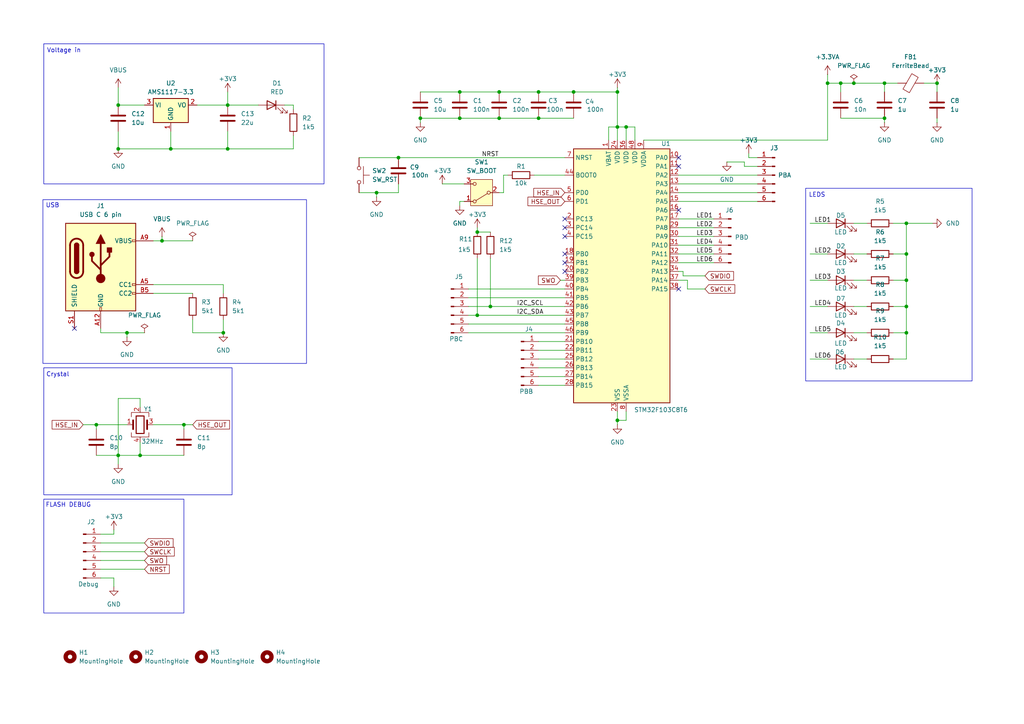
<source format=kicad_sch>
(kicad_sch (version 20231120) (generator "eeschema") (generator_version "8.0")
  (paper "A4")
  (lib_symbols
    (symbol "Connector:Conn_01x06_Pin" (pin_names (offset 1.016) hide)
      (property "Reference" "J" (at 0 7.62 0))
      (property "Value" "Conn_01x06_Pin" (at 0 -10.16 0))
      (symbol "Conn_01x06_Pin_1_1"
        (polyline (pts (xy 1.27 -7.62) (xy 0.8636 -7.62)) (stroke (width 0.1524)))
        (polyline (pts (xy 1.27 -5.08) (xy 0.8636 -5.08)) (stroke (width 0.1524)))
        (polyline (pts (xy 1.27 -2.54) (xy 0.8636 -2.54)) (stroke (width 0.1524)))
        (polyline (pts (xy 1.27 0) (xy 0.8636 0)) (stroke (width 0.1524)))
        (polyline (pts (xy 1.27 2.54) (xy 0.8636 2.54)) (stroke (width 0.1524)))
        (polyline (pts (xy 1.27 5.08) (xy 0.8636 5.08)) (stroke (width 0.1524)))
        (rectangle (start 0.8636 -7.493) (end 0 -7.747) (stroke (width 0.1524)) (fill (type outline)))
        (rectangle (start 0.8636 -4.953) (end 0 -5.207) (stroke (width 0.1524)) (fill (type outline)))
        (rectangle (start 0.8636 -2.413) (end 0 -2.667) (stroke (width 0.1524)) (fill (type outline)))
        (rectangle (start 0.8636 0.127) (end 0 -0.127) (stroke (width 0.1524)) (fill (type outline)))
        (rectangle (start 0.8636 2.667) (end 0 2.413) (stroke (width 0.1524)) (fill (type outline)))
        (rectangle (start 0.8636 5.207) (end 0 4.953) (stroke (width 0.1524)) (fill (type outline)))
        (pin passive line (at 5.08 5.08 180) (length 3.81) (name "Pin_1") (number "1"))
        (pin passive line (at 5.08 2.54 180) (length 3.81) (name "Pin_2") (number "2"))
        (pin passive line (at 5.08 0 180) (length 3.81) (name "Pin_3") (number "3"))
        (pin passive line (at 5.08 -2.54 180) (length 3.81) (name "Pin_4") (number "4"))
        (pin passive line (at 5.08 -5.08 180) (length 3.81) (name "Pin_5") (number "5"))
        (pin passive line (at 5.08 -7.62 180) (length 3.81) (name "Pin_6") (number "6"))
      )
    )
    (symbol "Connector:USB_C_Receptacle_PowerOnly_6P" (pin_names (offset 1.016))
      (property "Reference" "J" (at 0 16.51 0))
      (property "Value" "USB_C_Receptacle_PowerOnly_6P" (at 0 13.97 0))
      (symbol "USB_C_Receptacle_PowerOnly_6P_0_0"
        (rectangle (start -0.254 -12.7) (end 0.254 -11.684))
        (rectangle (start 10.16 -7.366) (end 9.144 -7.874))
        (rectangle (start 10.16 -4.826) (end 9.144 -5.334))
        (rectangle (start 10.16 7.874) (end 9.144 7.366))
      )
      (symbol "USB_C_Receptacle_PowerOnly_6P_0_1"
        (rectangle (start -10.16 12.7) (end 10.16 -12.7) (stroke (width 0.254)) (fill (type background)))
        (arc (start -8.89 -1.27) (mid -6.985 -3.1667) (end -5.08 -1.27) (stroke (width 0.508)))
        (arc (start -7.62 -1.27) (mid -6.985 -1.9023) (end -6.35 -1.27) (stroke (width 0.254)))
        (arc (start -7.62 -1.27) (mid -6.985 -1.9023) (end -6.35 -1.27) (stroke (width 0.254)) (fill (type outline)))
        (rectangle (start -7.62 -1.27) (end -6.35 6.35) (stroke (width 0.254)) (fill (type outline)))
        (arc (start -6.35 6.35) (mid -6.985 6.9823) (end -7.62 6.35) (stroke (width 0.254)))
        (arc (start -6.35 6.35) (mid -6.985 6.9823) (end -7.62 6.35) (stroke (width 0.254)) (fill (type outline)))
        (arc (start -5.08 6.35) (mid -6.985 8.2467) (end -8.89 6.35) (stroke (width 0.508)))
        (circle (center -2.54 3.683) (radius 0.635) (stroke (width 0.254)) (fill (type outline)))
        (circle (center 0 -3.302) (radius 1.27) (fill (type outline)))
        (polyline (pts (xy -8.89 -1.27) (xy -8.89 6.35)) (stroke (width 0.508)))
        (polyline (pts (xy -5.08 6.35) (xy -5.08 -1.27)) (stroke (width 0.508)))
        (polyline (pts (xy 0 -3.302) (xy 0 6.858)) (stroke (width 0.508)))
        (polyline (pts (xy 0 -0.762) (xy -2.54 1.778) (xy -2.54 3.048)) (stroke (width 0.508)))
        (polyline (pts (xy 0 0.508) (xy 2.54 3.048) (xy 2.54 4.318)) (stroke (width 0.508)))
        (polyline (pts (xy -1.27 6.858) (xy 0 9.398) (xy 1.27 6.858) (xy -1.27 6.858)) (stroke (width 0.254)) (fill (type outline)))
        (rectangle (start 1.905 4.318) (end 3.175 5.588) (stroke (width 0.254)) (fill (type outline)))
      )
      (symbol "USB_C_Receptacle_PowerOnly_6P_1_1"
        (pin passive line (at 0 -17.78 90) (length 5.08) (name "GND") (number "A12"))
        (pin bidirectional line (at 15.24 -5.08 180) (length 5.08) (name "CC1") (number "A5"))
        (pin passive line (at 15.24 7.62 180) (length 5.08) (name "VBUS") (number "A9"))
        (pin passive line (at 0 -17.78 90) (length 5.08) hide (name "GND") (number "B12"))
        (pin bidirectional line (at 15.24 -7.62 180) (length 5.08) (name "CC2") (number "B5"))
        (pin passive line (at 15.24 7.62 180) (length 5.08) hide (name "VBUS") (number "B9"))
        (pin passive line (at -7.62 -17.78 90) (length 5.08) (name "SHIELD") (number "S1"))
      )
    )
    (symbol "Device:C" (pin_numbers hide) (pin_names (offset 0.254))
      (property "Reference" "C" (at 0.635 2.54 0))
      (property "Value" "C" (at 0.635 -2.54 0))
      (symbol "C_0_1"
        (polyline (pts (xy -2.032 -0.762) (xy 2.032 -0.762)) (stroke (width 0.508)))
        (polyline (pts (xy -2.032 0.762) (xy 2.032 0.762)) (stroke (width 0.508)))
      )
      (symbol "C_1_1"
        (pin passive line (at 0 3.81 270) (length 2.794) (name "~") (number "1"))
        (pin passive line (at 0 -3.81 90) (length 2.794) (name "~") (number "2"))
      )
    )
    (symbol "Device:Crystal_GND24" (pin_names (offset 1.016) hide)
      (property "Reference" "Y" (at 3.175 5.08 0))
      (property "Value" "Crystal_GND24" (at 3.175 3.175 0))
      (symbol "Crystal_GND24_0_1"
        (rectangle (start -1.143 2.54) (end 1.143 -2.54) (stroke (width 0.3048)))
        (polyline (pts (xy -2.54 0) (xy -2.032 0)))
        (polyline (pts (xy -2.032 -1.27) (xy -2.032 1.27)) (stroke (width 0.508)))
        (polyline (pts (xy 0 -3.81) (xy 0 -3.556)))
        (polyline (pts (xy 0 3.556) (xy 0 3.81)))
        (polyline (pts (xy 2.032 -1.27) (xy 2.032 1.27)) (stroke (width 0.508)))
        (polyline (pts (xy 2.032 0) (xy 2.54 0)))
        (polyline (pts (xy -2.54 -2.286) (xy -2.54 -3.556) (xy 2.54 -3.556) (xy 2.54 -2.286)))
        (polyline (pts (xy -2.54 2.286) (xy -2.54 3.556) (xy 2.54 3.556) (xy 2.54 2.286)))
      )
      (symbol "Crystal_GND24_1_1"
        (pin passive line (at -3.81 0 0) (length 1.27) (name "1") (number "1"))
        (pin passive line (at 0 5.08 270) (length 1.27) (name "2") (number "2"))
        (pin passive line (at 3.81 0 180) (length 1.27) (name "3") (number "3"))
        (pin passive line (at 0 -5.08 90) (length 1.27) (name "4") (number "4"))
      )
    )
    (symbol "Device:FerriteBead" (pin_numbers hide) (pin_names (offset 0))
      (property "Reference" "FB" (at -3.81 0.635 90))
      (property "Value" "FerriteBead" (at 3.81 0 90))
      (symbol "FerriteBead_0_1"
        (polyline (pts (xy 0 -1.27) (xy 0 -1.2192)))
        (polyline (pts (xy 0 1.27) (xy 0 1.2954)))
        (polyline (pts (xy -2.7686 0.4064) (xy -1.7018 2.2606) (xy 2.7686 -0.3048) (xy 1.6764 -2.159) (xy -2.7686 0.4064)))
      )
      (symbol "FerriteBead_1_1"
        (pin passive line (at 0 3.81 270) (length 2.54) (name "~") (number "1"))
        (pin passive line (at 0 -3.81 90) (length 2.54) (name "~") (number "2"))
      )
    )
    (symbol "Device:LED" (pin_numbers hide) (pin_names (offset 1.016) hide)
      (property "Reference" "D" (at 0 2.54 0))
      (property "Value" "LED" (at 0 -2.54 0))
      (symbol "LED_0_1"
        (polyline (pts (xy -1.27 -1.27) (xy -1.27 1.27)) (stroke (width 0.254)))
        (polyline (pts (xy -1.27 0) (xy 1.27 0)))
        (polyline (pts (xy 1.27 -1.27) (xy 1.27 1.27) (xy -1.27 0) (xy 1.27 -1.27)) (stroke (width 0.254)))
        (polyline (pts (xy -3.048 -0.762) (xy -4.572 -2.286) (xy -3.81 -2.286) (xy -4.572 -2.286) (xy -4.572 -1.524)))
        (polyline (pts (xy -1.778 -0.762) (xy -3.302 -2.286) (xy -2.54 -2.286) (xy -3.302 -2.286) (xy -3.302 -1.524)))
      )
      (symbol "LED_1_1"
        (pin passive line (at -3.81 0 0) (length 2.54) (name "K") (number "1"))
        (pin passive line (at 3.81 0 180) (length 2.54) (name "A") (number "2"))
      )
    )
    (symbol "Device:R" (pin_numbers hide) (pin_names (offset 0))
      (property "Reference" "R" (at 2.032 0 90))
      (property "Value" "R" (at 0 0 90))
      (symbol "R_0_1"
        (rectangle (start -1.016 -2.54) (end 1.016 2.54) (stroke (width 0.254)))
      )
      (symbol "R_1_1"
        (pin passive line (at 0 3.81 270) (length 1.27) (name "~") (number "1"))
        (pin passive line (at 0 -3.81 90) (length 1.27) (name "~") (number "2"))
      )
    )
    (symbol "MCU_ST_STM32F1:STM32F103C8Tx"
      (property "Reference" "U" (at -12.7 39.37 0))
      (property "Value" "STM32F103C8Tx" (at 10.16 39.37 0))
      (symbol "STM32F103C8Tx_0_1"
        (rectangle (start -12.7 -35.56) (end 15.24 38.1) (stroke (width 0.254)) (fill (type background)))
      )
      (symbol "STM32F103C8Tx_1_1"
        (pin power_in line (at -2.54 40.64 270) (length 2.54) (name "VBAT") (number "1"))
        (pin bidirectional line (at 17.78 35.56 180) (length 2.54) (name "PA0") (number "10"))
        (pin bidirectional line (at 17.78 33.02 180) (length 2.54) (name "PA1") (number "11"))
        (pin bidirectional line (at 17.78 30.48 180) (length 2.54) (name "PA2") (number "12"))
        (pin bidirectional line (at 17.78 27.94 180) (length 2.54) (name "PA3") (number "13"))
        (pin bidirectional line (at 17.78 25.4 180) (length 2.54) (name "PA4") (number "14"))
        (pin bidirectional line (at 17.78 22.86 180) (length 2.54) (name "PA5") (number "15"))
        (pin bidirectional line (at 17.78 20.32 180) (length 2.54) (name "PA6") (number "16"))
        (pin bidirectional line (at 17.78 17.78 180) (length 2.54) (name "PA7") (number "17"))
        (pin bidirectional line (at -15.24 7.62 0) (length 2.54) (name "PB0") (number "18"))
        (pin bidirectional line (at -15.24 5.08 0) (length 2.54) (name "PB1") (number "19"))
        (pin bidirectional line (at -15.24 17.78 0) (length 2.54) (name "PC13") (number "2"))
        (pin bidirectional line (at -15.24 2.54 0) (length 2.54) (name "PB2") (number "20"))
        (pin bidirectional line (at -15.24 -17.78 0) (length 2.54) (name "PB10") (number "21"))
        (pin bidirectional line (at -15.24 -20.32 0) (length 2.54) (name "PB11") (number "22"))
        (pin power_in line (at 0 -38.1 90) (length 2.54) (name "VSS") (number "23"))
        (pin power_in line (at 0 40.64 270) (length 2.54) (name "VDD") (number "24"))
        (pin bidirectional line (at -15.24 -22.86 0) (length 2.54) (name "PB12") (number "25"))
        (pin bidirectional line (at -15.24 -25.4 0) (length 2.54) (name "PB13") (number "26"))
        (pin bidirectional line (at -15.24 -27.94 0) (length 2.54) (name "PB14") (number "27"))
        (pin bidirectional line (at -15.24 -30.48 0) (length 2.54) (name "PB15") (number "28"))
        (pin bidirectional line (at 17.78 15.24 180) (length 2.54) (name "PA8") (number "29"))
        (pin bidirectional line (at -15.24 15.24 0) (length 2.54) (name "PC14") (number "3"))
        (pin bidirectional line (at 17.78 12.7 180) (length 2.54) (name "PA9") (number "30"))
        (pin bidirectional line (at 17.78 10.16 180) (length 2.54) (name "PA10") (number "31"))
        (pin bidirectional line (at 17.78 7.62 180) (length 2.54) (name "PA11") (number "32"))
        (pin bidirectional line (at 17.78 5.08 180) (length 2.54) (name "PA12") (number "33"))
        (pin bidirectional line (at 17.78 2.54 180) (length 2.54) (name "PA13") (number "34"))
        (pin passive line (at 0 -38.1 90) (length 2.54) hide (name "VSS") (number "35"))
        (pin power_in line (at 2.54 40.64 270) (length 2.54) (name "VDD") (number "36"))
        (pin bidirectional line (at 17.78 0 180) (length 2.54) (name "PA14") (number "37"))
        (pin bidirectional line (at 17.78 -2.54 180) (length 2.54) (name "PA15") (number "38"))
        (pin bidirectional line (at -15.24 0 0) (length 2.54) (name "PB3") (number "39"))
        (pin bidirectional line (at -15.24 12.7 0) (length 2.54) (name "PC15") (number "4"))
        (pin bidirectional line (at -15.24 -2.54 0) (length 2.54) (name "PB4") (number "40"))
        (pin bidirectional line (at -15.24 -5.08 0) (length 2.54) (name "PB5") (number "41"))
        (pin bidirectional line (at -15.24 -7.62 0) (length 2.54) (name "PB6") (number "42"))
        (pin bidirectional line (at -15.24 -10.16 0) (length 2.54) (name "PB7") (number "43"))
        (pin input line (at -15.24 30.48 0) (length 2.54) (name "BOOT0") (number "44"))
        (pin bidirectional line (at -15.24 -12.7 0) (length 2.54) (name "PB8") (number "45"))
        (pin bidirectional line (at -15.24 -15.24 0) (length 2.54) (name "PB9") (number "46"))
        (pin passive line (at 0 -38.1 90) (length 2.54) hide (name "VSS") (number "47"))
        (pin power_in line (at 5.08 40.64 270) (length 2.54) (name "VDD") (number "48"))
        (pin bidirectional line (at -15.24 25.4 0) (length 2.54) (name "PD0") (number "5"))
        (pin bidirectional line (at -15.24 22.86 0) (length 2.54) (name "PD1") (number "6"))
        (pin input line (at -15.24 35.56 0) (length 2.54) (name "NRST") (number "7"))
        (pin power_in line (at 2.54 -38.1 90) (length 2.54) (name "VSSA") (number "8"))
        (pin power_in line (at 7.62 40.64 270) (length 2.54) (name "VDDA") (number "9"))
      )
    )
    (symbol "Mechanical:MountingHole" (pin_names (offset 1.016)) (exclude_from_sim yes) (in_bom no)
      (property "Reference" "H" (at 0 5.08 0))
      (property "Value" "MountingHole" (at 0 3.175 0))
      (symbol "MountingHole_0_1"
        (circle (center 0 0) (radius 1.27) (stroke (width 1.27)))
      )
    )
    (symbol "Regulator_Linear:AMS1117-3.3"
      (property "Reference" "U" (at -3.81 3.175 0))
      (property "Value" "AMS1117-3.3" (at 0 3.175 0))
      (symbol "AMS1117-3.3_0_1"
        (rectangle (start -5.08 -5.08) (end 5.08 1.905) (stroke (width 0.254)) (fill (type background)))
      )
      (symbol "AMS1117-3.3_1_1"
        (pin power_in line (at 0 -7.62 90) (length 2.54) (name "GND") (number "1"))
        (pin power_out line (at 7.62 0 180) (length 2.54) (name "VO") (number "2"))
        (pin power_in line (at -7.62 0 0) (length 2.54) (name "VI") (number "3"))
      )
    )
    (symbol "Switch:SW_Push" (pin_numbers hide) (pin_names (offset 1.016) hide)
      (property "Reference" "SW" (at 1.27 2.54 0))
      (property "Value" "SW_Push" (at 0 -1.524 0))
      (symbol "SW_Push_0_1"
        (circle (center -2.032 0) (radius 0.508))
        (polyline (pts (xy 0 1.27) (xy 0 3.048)))
        (polyline (pts (xy 2.54 1.27) (xy -2.54 1.27)))
        (circle (center 2.032 0) (radius 0.508))
        (pin passive line (at -5.08 0 0) (length 2.54) (name "1") (number "1"))
        (pin passive line (at 5.08 0 180) (length 2.54) (name "2") (number "2"))
      )
    )
    (symbol "Switch:SW_SPDT" (pin_names (offset 0) hide)
      (property "Reference" "SW" (at 0 5.08 0))
      (property "Value" "SW_SPDT" (at 0 -5.08 0))
      (symbol "SW_SPDT_0_1"
        (circle (center -2.032 0) (radius 0.4572))
        (polyline (pts (xy -1.651 0.254) (xy 1.651 2.286)))
        (circle (center 2.032 -2.54) (radius 0.4572))
        (circle (center 2.032 2.54) (radius 0.4572))
      )
      (symbol "SW_SPDT_1_1"
        (rectangle (start -3.175 3.81) (end 3.175 -3.81) (fill (type background)))
        (pin passive line (at 5.08 2.54 180) (length 2.54) (name "A") (number "1"))
        (pin passive line (at -5.08 0 0) (length 2.54) (name "B") (number "2"))
        (pin passive line (at 5.08 -2.54 180) (length 2.54) (name "C") (number "3"))
      )
    )
    (symbol "power:+3.3VA" (power) (pin_numbers hide) (pin_names (offset 0) hide)
      (property "Value" "+3.3VA" (at 0 3.556 0))
      (symbol "+3.3VA_0_1"
        (polyline (pts (xy -0.762 1.27) (xy 0 2.54)))
        (polyline (pts (xy 0 0) (xy 0 2.54)))
        (polyline (pts (xy 0 2.54) (xy 0.762 1.27)))
      )
      (symbol "+3.3VA_1_1"
        (pin power_in line (at 0 0 90) (length 0) (name "~") (number "1"))
      )
    )
    (symbol "power:+3V3" (power) (pin_numbers hide) (pin_names (offset 0) hide)
      (property "Value" "+3V3" (at 0 3.556 0))
      (symbol "+3V3_0_1"
        (polyline (pts (xy -0.762 1.27) (xy 0 2.54)))
        (polyline (pts (xy 0 0) (xy 0 2.54)))
        (polyline (pts (xy 0 2.54) (xy 0.762 1.27)))
      )
      (symbol "+3V3_1_1"
        (pin power_in line (at 0 0 90) (length 0) (name "~") (number "1"))
      )
    )
    (symbol "power:GND" (power) (pin_numbers hide) (pin_names (offset 0) hide)
      (property "Value" "GND" (at 0 -3.81 0))
      (symbol "GND_0_1"
        (polyline (pts (xy 0 0) (xy 0 -1.27) (xy 1.27 -1.27) (xy 0 -2.54) (xy -1.27 -1.27) (xy 0 -1.27)))
      )
      (symbol "GND_1_1"
        (pin power_in line (at 0 0 270) (length 0) (name "~") (number "1"))
      )
    )
    (symbol "power:PWR_FLAG" (power) (pin_numbers hide) (pin_names (offset 0) hide)
      (property "Value" "PWR_FLAG" (at 0 3.81 0))
      (symbol "PWR_FLAG_0_0"
        (pin power_out line (at 0 0 90) (length 0) (name "~") (number "1"))
      )
      (symbol "PWR_FLAG_0_1"
        (polyline (pts (xy 0 0) (xy 0 1.27) (xy -1.016 1.905) (xy 0 2.54) (xy 1.016 1.905) (xy 0 1.27)))
      )
    )
    (symbol "power:VBUS" (power) (pin_numbers hide) (pin_names (offset 0) hide)
      (property "Value" "VBUS" (at 0 3.556 0))
      (symbol "VBUS_0_1"
        (polyline (pts (xy -0.762 1.27) (xy 0 2.54)))
        (polyline (pts (xy 0 0) (xy 0 2.54)))
        (polyline (pts (xy 0 2.54) (xy 0.762 1.27)))
      )
      (symbol "VBUS_1_1"
        (pin power_in line (at 0 0 90) (length 0) (name "~") (number "1"))
      )
    )
  )
  (junction (at 243.84 24.13))
  (junction (at 138.43 67.31))
  (junction (at 133.35 34.29))
  (junction (at 144.78 26.67))
  (junction (at 115.57 45.72))
  (junction (at 109.22 55.88))
  (junction (at 34.29 30.48))
  (junction (at 66.04 30.48))
  (junction (at 156.21 26.67))
  (junction (at 247.65 24.13))
  (junction (at 179.07 121.92))
  (junction (at 49.53 43.18))
  (junction (at 262.89 96.52))
  (junction (at 256.54 34.29))
  (junction (at 166.37 26.67))
  (junction (at 262.89 88.9))
  (junction (at 64.77 96.52))
  (junction (at 262.89 81.28))
  (junction (at 262.89 73.66))
  (junction (at 46.99 69.85))
  (junction (at 40.64 132.08))
  (junction (at 121.92 34.29))
  (junction (at 156.21 34.29))
  (junction (at 27.94 123.19))
  (junction (at 34.29 132.08))
  (junction (at 138.43 91.44))
  (junction (at 53.34 123.19))
  (junction (at 179.07 26.67))
  (junction (at 240.03 24.13))
  (junction (at 181.61 36.83))
  (junction (at 144.78 34.29))
  (junction (at 262.89 64.77))
  (junction (at 256.54 24.13))
  (junction (at 133.35 26.67))
  (junction (at 36.83 96.52))
  (junction (at 271.78 24.13))
  (junction (at 142.24 88.9))
  (junction (at 66.04 43.18))
  (junction (at 34.29 43.18))
  (junction (at 179.07 36.83))
  (no_connect (at 163.83 73.66))
  (no_connect (at 196.85 60.96))
  (no_connect (at 21.59 95.25))
  (no_connect (at 163.83 76.2))
  (no_connect (at 163.83 78.74))
  (no_connect (at 163.83 63.5))
  (no_connect (at 196.85 83.82))
  (no_connect (at 163.83 68.58))
  (no_connect (at 196.85 45.72))
  (no_connect (at 163.83 66.04))
  (no_connect (at 196.85 48.26))
  (wire (pts (xy 40.64 132.08) (xy 34.29 132.08)))
  (wire (pts (xy 259.08 73.66) (xy 262.89 73.66)))
  (wire (pts (xy 138.43 74.93) (xy 138.43 91.44)))
  (wire (pts (xy 271.78 24.13) (xy 271.78 26.67)))
  (wire (pts (xy 262.89 81.28) (xy 262.89 73.66)))
  (wire (pts (xy 85.09 43.18) (xy 85.09 39.37)))
  (wire (pts (xy 29.21 160.02) (xy 41.91 160.02)))
  (wire (pts (xy 217.17 44.45) (xy 217.17 45.72)))
  (wire (pts (xy 176.53 36.83) (xy 176.53 40.64)))
  (wire (pts (xy 243.84 24.13) (xy 247.65 24.13)))
  (wire (pts (xy 154.94 50.8) (xy 163.83 50.8)))
  (wire (pts (xy 135.89 88.9) (xy 142.24 88.9)))
  (wire (pts (xy 36.83 96.52) (xy 36.83 97.79)))
  (wire (pts (xy 135.89 91.44) (xy 138.43 91.44)))
  (wire (pts (xy 156.21 104.14) (xy 163.83 104.14)))
  (wire (pts (xy 156.21 26.67) (xy 166.37 26.67)))
  (wire (pts (xy 198.12 78.74) (xy 196.85 78.74)))
  (wire (pts (xy 262.89 96.52) (xy 262.89 88.9)))
  (wire (pts (xy 29.21 96.52) (xy 29.21 95.25)))
  (wire (pts (xy 27.94 123.19) (xy 36.83 123.19)))
  (wire (pts (xy 156.21 111.76) (xy 163.83 111.76)))
  (wire (pts (xy 55.88 92.71) (xy 55.88 96.52)))
  (wire (pts (xy 198.12 80.01) (xy 198.12 78.74)))
  (wire (pts (xy 34.29 43.18) (xy 49.53 43.18)))
  (wire (pts (xy 146.05 55.88) (xy 146.05 50.8)))
  (wire (pts (xy 109.22 55.88) (xy 115.57 55.88)))
  (wire (pts (xy 29.21 96.52) (xy 36.83 96.52)))
  (wire (pts (xy 146.05 50.8) (xy 147.32 50.8)))
  (wire (pts (xy 179.07 123.19) (xy 179.07 121.92)))
  (wire (pts (xy 144.78 26.67) (xy 156.21 26.67)))
  (wire (pts (xy 247.65 88.9) (xy 251.46 88.9)))
  (wire (pts (xy 240.03 40.64) (xy 186.69 40.64)))
  (wire (pts (xy 179.07 25.4) (xy 179.07 26.67)))
  (wire (pts (xy 29.21 162.56) (xy 41.91 162.56)))
  (wire (pts (xy 142.24 74.93) (xy 142.24 88.9)))
  (wire (pts (xy 156.21 34.29) (xy 166.37 34.29)))
  (wire (pts (xy 199.39 83.82) (xy 204.47 83.82)))
  (wire (pts (xy 115.57 45.72) (xy 163.83 45.72)))
  (wire (pts (xy 240.03 21.59) (xy 240.03 24.13)))
  (wire (pts (xy 29.21 157.48) (xy 41.91 157.48)))
  (wire (pts (xy 133.35 34.29) (xy 144.78 34.29)))
  (wire (pts (xy 55.88 96.52) (xy 64.77 96.52)))
  (wire (pts (xy 121.92 34.29) (xy 121.92 35.56)))
  (wire (pts (xy 40.64 128.27) (xy 40.64 132.08)))
  (wire (pts (xy 196.85 73.66) (xy 207.01 73.66)))
  (wire (pts (xy 259.08 96.52) (xy 262.89 96.52)))
  (wire (pts (xy 135.89 83.82) (xy 163.83 83.82)))
  (wire (pts (xy 196.85 68.58) (xy 207.01 68.58)))
  (wire (pts (xy 115.57 55.88) (xy 115.57 53.34)))
  (wire (pts (xy 49.53 43.18) (xy 66.04 43.18)))
  (wire (pts (xy 156.21 106.68) (xy 163.83 106.68)))
  (wire (pts (xy 121.92 26.67) (xy 133.35 26.67)))
  (wire (pts (xy 234.95 88.9) (xy 240.03 88.9)))
  (wire (pts (xy 196.85 76.2) (xy 207.01 76.2)))
  (wire (pts (xy 184.15 36.83) (xy 184.15 40.64)))
  (wire (pts (xy 109.22 57.15) (xy 109.22 55.88)))
  (wire (pts (xy 247.65 96.52) (xy 251.46 96.52)))
  (wire (pts (xy 247.65 81.28) (xy 251.46 81.28)))
  (wire (pts (xy 138.43 67.31) (xy 142.24 67.31)))
  (wire (pts (xy 215.9 48.26) (xy 219.71 48.26)))
  (wire (pts (xy 104.14 45.72) (xy 115.57 45.72)))
  (wire (pts (xy 196.85 55.88) (xy 219.71 55.88)))
  (wire (pts (xy 210.82 46.99) (xy 215.9 46.99)))
  (wire (pts (xy 29.21 154.94) (xy 33.02 154.94)))
  (wire (pts (xy 33.02 153.67) (xy 33.02 154.94)))
  (wire (pts (xy 234.95 64.77) (xy 240.03 64.77)))
  (wire (pts (xy 64.77 96.52) (xy 64.77 92.71)))
  (wire (pts (xy 243.84 34.29) (xy 256.54 34.29)))
  (wire (pts (xy 179.07 36.83) (xy 176.53 36.83)))
  (wire (pts (xy 256.54 26.67) (xy 256.54 24.13)))
  (wire (pts (xy 66.04 43.18) (xy 66.04 38.1)))
  (wire (pts (xy 33.02 167.64) (xy 33.02 170.18)))
  (wire (pts (xy 44.45 123.19) (xy 53.34 123.19)))
  (wire (pts (xy 234.95 81.28) (xy 240.03 81.28)))
  (wire (pts (xy 34.29 115.57) (xy 40.64 115.57)))
  (wire (pts (xy 243.84 24.13) (xy 243.84 26.67)))
  (wire (pts (xy 142.24 88.9) (xy 163.83 88.9)))
  (wire (pts (xy 181.61 36.83) (xy 184.15 36.83)))
  (wire (pts (xy 234.95 104.14) (xy 240.03 104.14)))
  (wire (pts (xy 262.89 88.9) (xy 262.89 81.28)))
  (wire (pts (xy 121.92 34.29) (xy 133.35 34.29)))
  (wire (pts (xy 256.54 35.56) (xy 256.54 34.29)))
  (wire (pts (xy 196.85 81.28) (xy 199.39 81.28)))
  (wire (pts (xy 34.29 25.4) (xy 34.29 30.48)))
  (wire (pts (xy 34.29 115.57) (xy 34.29 132.08)))
  (wire (pts (xy 44.45 85.09) (xy 55.88 85.09)))
  (wire (pts (xy 29.21 167.64) (xy 33.02 167.64)))
  (wire (pts (xy 156.21 101.6) (xy 163.83 101.6)))
  (wire (pts (xy 215.9 46.99) (xy 215.9 48.26)))
  (wire (pts (xy 53.34 123.19) (xy 55.88 123.19)))
  (wire (pts (xy 34.29 30.48) (xy 41.91 30.48)))
  (wire (pts (xy 34.29 38.1) (xy 34.29 43.18)))
  (wire (pts (xy 259.08 81.28) (xy 262.89 81.28)))
  (wire (pts (xy 179.07 36.83) (xy 181.61 36.83)))
  (wire (pts (xy 217.17 45.72) (xy 219.71 45.72)))
  (wire (pts (xy 234.95 73.66) (xy 240.03 73.66)))
  (wire (pts (xy 179.07 36.83) (xy 179.07 26.67)))
  (wire (pts (xy 34.29 132.08) (xy 34.29 134.62)))
  (wire (pts (xy 53.34 123.19) (xy 53.34 124.46)))
  (wire (pts (xy 29.21 165.1) (xy 41.91 165.1)))
  (wire (pts (xy 247.65 24.13) (xy 256.54 24.13)))
  (wire (pts (xy 27.94 132.08) (xy 34.29 132.08)))
  (wire (pts (xy 256.54 24.13) (xy 260.35 24.13)))
  (wire (pts (xy 196.85 58.42) (xy 219.71 58.42)))
  (wire (pts (xy 104.14 55.88) (xy 109.22 55.88)))
  (wire (pts (xy 133.35 58.42) (xy 133.35 59.69)))
  (wire (pts (xy 66.04 43.18) (xy 85.09 43.18)))
  (wire (pts (xy 259.08 88.9) (xy 262.89 88.9)))
  (wire (pts (xy 82.55 30.48) (xy 85.09 30.48)))
  (wire (pts (xy 240.03 24.13) (xy 240.03 40.64)))
  (wire (pts (xy 259.08 104.14) (xy 262.89 104.14)))
  (wire (pts (xy 135.89 93.98) (xy 163.83 93.98)))
  (wire (pts (xy 46.99 69.85) (xy 44.45 69.85)))
  (wire (pts (xy 49.53 38.1) (xy 49.53 43.18)))
  (wire (pts (xy 198.12 80.01) (xy 204.47 80.01)))
  (wire (pts (xy 27.94 123.19) (xy 27.94 124.46)))
  (wire (pts (xy 240.03 24.13) (xy 243.84 24.13)))
  (wire (pts (xy 196.85 71.12) (xy 207.01 71.12)))
  (wire (pts (xy 128.27 53.34) (xy 134.62 53.34)))
  (wire (pts (xy 234.95 96.52) (xy 240.03 96.52)))
  (wire (pts (xy 138.43 91.44) (xy 163.83 91.44)))
  (wire (pts (xy 57.15 30.48) (xy 66.04 30.48)))
  (wire (pts (xy 138.43 66.04) (xy 138.43 67.31)))
  (wire (pts (xy 199.39 81.28) (xy 199.39 83.82)))
  (wire (pts (xy 179.07 36.83) (xy 179.07 40.64)))
  (wire (pts (xy 162.56 81.28) (xy 163.83 81.28)))
  (wire (pts (xy 179.07 121.92) (xy 181.61 121.92)))
  (wire (pts (xy 181.61 36.83) (xy 181.61 40.64)))
  (wire (pts (xy 166.37 26.67) (xy 179.07 26.67)))
  (wire (pts (xy 46.99 68.58) (xy 46.99 69.85)))
  (wire (pts (xy 66.04 26.67) (xy 66.04 30.48)))
  (wire (pts (xy 196.85 66.04) (xy 207.01 66.04)))
  (wire (pts (xy 247.65 104.14) (xy 251.46 104.14)))
  (wire (pts (xy 40.64 115.57) (xy 40.64 118.11)))
  (wire (pts (xy 196.85 50.8) (xy 219.71 50.8)))
  (wire (pts (xy 85.09 30.48) (xy 85.09 31.75)))
  (wire (pts (xy 262.89 64.77) (xy 270.51 64.77)))
  (wire (pts (xy 144.78 26.67) (xy 133.35 26.67)))
  (wire (pts (xy 53.34 132.08) (xy 40.64 132.08)))
  (wire (pts (xy 144.78 34.29) (xy 156.21 34.29)))
  (wire (pts (xy 247.65 64.77) (xy 251.46 64.77)))
  (wire (pts (xy 133.35 58.42) (xy 134.62 58.42)))
  (wire (pts (xy 64.77 82.55) (xy 64.77 85.09)))
  (wire (pts (xy 24.13 123.19) (xy 27.94 123.19)))
  (wire (pts (xy 196.85 63.5) (xy 207.01 63.5)))
  (wire (pts (xy 156.21 109.22) (xy 163.83 109.22)))
  (wire (pts (xy 181.61 121.92) (xy 181.61 119.38)))
  (wire (pts (xy 46.99 69.85) (xy 55.88 69.85)))
  (wire (pts (xy 156.21 99.06) (xy 163.83 99.06)))
  (wire (pts (xy 262.89 73.66) (xy 262.89 64.77)))
  (wire (pts (xy 41.91 96.52) (xy 36.83 96.52)))
  (wire (pts (xy 262.89 104.14) (xy 262.89 96.52)))
  (wire (pts (xy 44.45 82.55) (xy 64.77 82.55)))
  (wire (pts (xy 267.97 24.13) (xy 271.78 24.13)))
  (wire (pts (xy 259.08 64.77) (xy 262.89 64.77)))
  (wire (pts (xy 66.04 30.48) (xy 74.93 30.48)))
  (wire (pts (xy 271.78 35.56) (xy 271.78 34.29)))
  (wire (pts (xy 135.89 86.36) (xy 163.83 86.36)))
  (wire (pts (xy 196.85 53.34) (xy 219.71 53.34)))
  (wire (pts (xy 247.65 73.66) (xy 251.46 73.66)))
  (wire (pts (xy 135.89 96.52) (xy 163.83 96.52)))
  (wire (pts (xy 144.78 55.88) (xy 146.05 55.88)))
  (wire (pts (xy 179.07 121.92) (xy 179.07 119.38)))
  (rectangle (start 12.446 57.912) (end 88.9 105.41))
  (rectangle (start 12.7 106.68) (end 67.31 143.51))
  (rectangle (start 12.7 144.78) (end 53.34 177.8))
  (rectangle (start 233.68 54.61) (end 281.94 110.49))
  (rectangle (start 12.7 12.7) (end 12.7 12.7))
  (rectangle (start 12.7 12.7) (end 93.98 53.34))
  (text "Crystal\n" (at 16.764 108.712 0) (effects (font (size 1.27 1.27))))
  (text "Voltage in\n" (at 18.542 14.732 0) (effects (font (size 1.27 1.27))))
  (text "LEDS\n" (at 236.982 56.642 0) (effects (font (size 1.27 1.27))))
  (text "USB\n" (at 15.24 59.69 0) (effects (font (size 1.27 1.27))))
  (text "FLASH DEBUG\n" (at 19.812 146.558 0) (effects (font (size 1.27 1.27))))
  (label "LED4" (at 236.22 88.9 0))
  (label "LED1" (at 201.93 63.5 0))
  (label "NRST" (at 139.7 45.72 0))
  (label "LED3" (at 201.93 68.58 0))
  (label "LED5" (at 201.93 73.66 0))
  (label "I2C_SDA" (at 149.86 91.44 0))
  (label "LED2" (at 236.22 73.66 0))
  (label "I2C_SCL" (at 149.86 88.9 0))
  (label "LED5" (at 236.22 96.52 0))
  (label "LED4" (at 201.93 71.12 0))
  (label "LED1" (at 236.22 64.77 0))
  (label "LED2" (at 201.93 66.04 0))
  (label "LED6" (at 201.93 76.2 0))
  (label "LED3" (at 236.22 81.28 0))
  (label "LED6" (at 236.22 104.14 0))
  (global_label "SWCLK" (shape input) (at 41.91 160.02 0) (property "Intersheetrefs" "${INTERSHEET_REFS}" (effects (hide yes))))
  (global_label "HSE_OUT" (shape input) (at 55.88 123.19 0) (property "Intersheetrefs" "${INTERSHEET_REFS}" (effects (hide yes))))
  (global_label "SWDIO" (shape input) (at 41.91 157.48 0) (property "Intersheetrefs" "${INTERSHEET_REFS}" (effects (hide yes))))
  (global_label "HSE_IN" (shape input) (at 163.83 55.88 180) (property "Intersheetrefs" "${INTERSHEET_REFS}" (effects (hide yes))))
  (global_label "SWO" (shape input) (at 41.91 162.56 0) (property "Intersheetrefs" "${INTERSHEET_REFS}" (effects (hide yes))))
  (global_label "HSE_IN" (shape input) (at 24.13 123.19 180) (property "Intersheetrefs" "${INTERSHEET_REFS}" (effects (hide yes))))
  (global_label "SWO" (shape input) (at 162.56 81.28 180) (property "Intersheetrefs" "${INTERSHEET_REFS}" (effects (hide yes))))
  (global_label "NRST" (shape input) (at 41.91 165.1 0) (property "Intersheetrefs" "${INTERSHEET_REFS}" (effects (hide yes))))
  (global_label "SWCLK" (shape input) (at 204.47 83.82 0) (property "Intersheetrefs" "${INTERSHEET_REFS}" (effects (hide yes))))
  (global_label "HSE_OUT" (shape input) (at 163.83 58.42 180) (property "Intersheetrefs" "${INTERSHEET_REFS}" (effects (hide yes))))
  (global_label "SWDIO" (shape input) (at 204.47 80.01 0) (property "Intersheetrefs" "${INTERSHEET_REFS}" (effects (hide yes))))
  (symbol (lib_id "Device:LED") (at 243.84 81.28 0) (mirror y) (unit 1)
    (property "Reference" "D3" (at 243.84 78.74 0))
    (property "Value" "LED" (at 243.84 83.566 0))
    (property "Footprint" "LED_SMD:LED_0603_1608Metric" (effects (hide yes)))
    (property "Description" "Light emitting diode" (effects (hide yes)))
  )
  (symbol (lib_id "power:+3V3") (at 66.04 26.67 0) (unit 1)
    (property "Reference" "#PWR019" (effects (hide yes)))
    (property "Value" "+3V3" (at 66.04 22.86 0))
    (property "Description" "Power symbol creates a global label with name \"+3V3\"" (effects (hide yes)))
  )
  (symbol (lib_id "power:GND") (at 33.02 170.18 0) (unit 1)
    (property "Reference" "#PWR014" (effects (hide yes)))
    (property "Value" "GND" (at 33.02 175.26 0))
    (property "Description" "Power symbol creates a global label with name \"GND\" , ground" (effects (hide yes)))
  )
  (symbol (lib_id "power:GND") (at 34.29 134.62 0) (unit 1)
    (property "Reference" "#PWR013" (effects (hide yes)))
    (property "Value" "GND" (at 34.29 139.7 0))
    (property "Description" "Power symbol creates a global label with name \"GND\" , ground" (effects (hide yes)))
  )
  (symbol (lib_id "Device:R") (at 151.13 50.8 90) (unit 1)
    (property "Reference" "R1" (at 151.13 48.26 90))
    (property "Value" "10k" (at 151.13 53.086 90))
    (property "Footprint" "Resistor_SMD:R_0603_1608Metric" (effects (hide yes)))
    (property "Description" "Resistor" (effects (hide yes)))
  )
  (symbol (lib_id "power:+3.3VA") (at 240.03 21.59 0) (unit 1)
    (property "Reference" "#PWR06" (effects (hide yes)))
    (property "Value" "+3.3VA" (at 240.03 16.51 0))
    (property "Description" "Power symbol creates a global label with name \"+3.3VA\"" (effects (hide yes)))
  )
  (symbol (lib_id "power:+3V3") (at 217.17 44.45 0) (unit 1)
    (property "Reference" "#PWR04" (effects (hide yes)))
    (property "Value" "+3V3" (at 217.17 40.64 0))
    (property "Description" "Power symbol creates a global label with name \"+3V3\"" (effects (hide yes)))
  )
  (symbol (lib_id "Mechanical:MountingHole") (at 77.47 190.5 0) (unit 1) (exclude_from_sim yes) (in_bom no)
    (property "Reference" "H4" (at 80.01 189.2299 0) (effects (justify left)))
    (property "Value" "MountingHole" (at 80.01 191.7699 0) (effects (justify left)))
    (property "Footprint" "MountingHole:MountingHole_2.2mm_M2" (effects (hide yes)))
    (property "Description" "Mounting Hole without connection" (effects (hide yes)))
  )
  (symbol (lib_id "power:+3V3") (at 138.43 66.04 0) (unit 1)
    (property "Reference" "#PWR022" (effects (hide yes)))
    (property "Value" "+3V3" (at 138.43 62.23 0))
    (property "Description" "Power symbol creates a global label with name \"+3V3\"" (effects (hide yes)))
  )
  (symbol (lib_id "Connector:Conn_01x06_Pin") (at 130.81 88.9 0) (unit 1)
    (property "Reference" "J5" (at 133.096 80.264 0))
    (property "Value" "PBC" (at 132.334 98.298 0))
    (property "Footprint" "Connector_PinHeader_2.54mm:PinHeader_1x06_P2.54mm_Vertical" (effects (hide yes)))
    (property "Description" "Generic connector, single row, 01x06, script generated" (effects (hide yes)))
  )
  (symbol (lib_id "power:+3V3") (at 271.78 24.13 0) (unit 1)
    (property "Reference" "#PWR07" (effects (hide yes)))
    (property "Value" "+3V3" (at 271.78 20.32 0))
    (property "Description" "Power symbol creates a global label with name \"+3V3\"" (effects (hide yes)))
  )
  (symbol (lib_id "Device:LED") (at 243.84 88.9 0) (mirror y) (unit 1)
    (property "Reference" "D7" (at 243.84 86.614 0))
    (property "Value" "LED" (at 243.84 91.44 0))
    (property "Footprint" "LED_SMD:LED_0603_1608Metric" (effects (hide yes)))
    (property "Description" "Light emitting diode" (effects (hide yes)))
  )
  (symbol (lib_id "Device:LED") (at 243.84 73.66 0) (mirror y) (unit 1)
    (property "Reference" "D2" (at 243.84 71.374 0))
    (property "Value" "LED" (at 243.84 76.2 0))
    (property "Footprint" "LED_SMD:LED_0603_1608Metric" (effects (hide yes)))
    (property "Description" "Light emitting diode" (effects (hide yes)))
  )
  (symbol (lib_id "Device:LED") (at 243.84 96.52 0) (mirror y) (unit 1)
    (property "Reference" "D4" (at 243.84 93.726 0))
    (property "Value" "LED" (at 243.84 99.568 0))
    (property "Footprint" "LED_SMD:LED_0603_1608Metric" (effects (hide yes)))
    (property "Description" "Light emitting diode" (effects (hide yes)))
  )
  (symbol (lib_id "power:GND") (at 34.29 43.18 0) (unit 1)
    (property "Reference" "#PWR018" (effects (hide yes)))
    (property "Value" "GND" (at 34.29 48.26 0))
    (property "Description" "Power symbol creates a global label with name \"GND\" , ground" (effects (hide yes)))
  )
  (symbol (lib_id "power:VBUS") (at 34.29 25.4 0) (unit 1)
    (property "Reference" "#PWR017" (effects (hide yes)))
    (property "Value" "VBUS" (at 34.29 20.32 0))
    (property "Description" "Power symbol creates a global label with name \"VBUS\"" (effects (hide yes)))
  )
  (symbol (lib_id "Device:C") (at 166.37 30.48 0) (unit 1)
    (property "Reference" "C4" (at 169.672 29.464 0) (effects (justify left)))
    (property "Value" "100n" (at 170.18 31.7499 0) (effects (justify left)))
    (property "Footprint" "Capacitor_SMD:C_0603_1608Metric" (effects (hide yes)))
    (property "Description" "Unpolarized capacitor" (effects (hide yes)))
  )
  (symbol (lib_id "Device:LED") (at 243.84 104.14 0) (mirror y) (unit 1)
    (property "Reference" "D6" (at 243.586 102.108 0))
    (property "Value" "LED" (at 243.84 106.426 0))
    (property "Footprint" "LED_SMD:LED_0603_1608Metric" (effects (hide yes)))
    (property "Description" "Light emitting diode" (effects (hide yes)))
  )
  (symbol (lib_id "Connector:Conn_01x06_Pin") (at 24.13 160.02 0) (unit 1)
    (property "Reference" "J2" (at 26.416 151.384 0))
    (property "Value" "Debug" (at 25.654 169.418 0))
    (property "Footprint" "Connector_PinHeader_2.54mm:PinHeader_2x03_P2.54mm_Vertical" (effects (hide yes)))
    (property "Description" "Generic connector, single row, 01x06, script generated" (effects (hide yes)))
  )
  (symbol (lib_id "Device:C") (at 115.57 49.53 0) (unit 1)
    (property "Reference" "C9" (at 118.872 48.514 0) (effects (justify left)))
    (property "Value" "100n" (at 119.38 50.7999 0) (effects (justify left)))
    (property "Footprint" "Capacitor_SMD:C_0603_1608Metric" (effects (hide yes)))
    (property "Description" "Unpolarized capacitor" (effects (hide yes)))
  )
  (symbol (lib_id "power:GND") (at 270.51 64.77 90) (unit 1)
    (property "Reference" "#PWR03" (effects (hide yes)))
    (property "Value" "GND" (at 274.32 64.7699 90) (effects (justify right)))
    (property "Description" "Power symbol creates a global label with name \"GND\" , ground" (effects (hide yes)))
  )
  (symbol (lib_id "Device:FerriteBead") (at 264.16 24.13 90) (unit 1)
    (property "Reference" "FB1" (at 264.1092 16.51 90))
    (property "Value" "FerriteBead" (at 264.1092 19.05 90))
    (property "Footprint" "Resistor_SMD:R_0805_2012Metric" (effects (hide yes)))
    (property "Description" "Ferrite bead" (effects (hide yes)))
  )
  (symbol (lib_id "power:GND") (at 271.78 35.56 0) (unit 1)
    (property "Reference" "#PWR08" (effects (hide yes)))
    (property "Value" "GND" (at 271.78 40.64 0))
    (property "Description" "Power symbol creates a global label with name \"GND\" , ground" (effects (hide yes)))
  )
  (symbol (lib_id "power:GND") (at 179.07 123.19 0) (unit 1)
    (property "Reference" "#PWR01" (effects (hide yes)))
    (property "Value" "GND" (at 179.07 128.27 0))
    (property "Description" "Power symbol creates a global label with name \"GND\" , ground" (effects (hide yes)))
  )
  (symbol (lib_id "Device:R") (at 255.27 88.9 90) (unit 1)
    (property "Reference" "R8" (at 255.27 82.55 90))
    (property "Value" "1k5" (at 255.27 85.09 90))
    (property "Footprint" "Resistor_SMD:R_0603_1608Metric" (effects (hide yes)))
    (property "Description" "Resistor" (effects (hide yes)))
  )
  (symbol (lib_id "Device:R") (at 138.43 71.12 0) (unit 1)
    (property "Reference" "R11" (at 133.096 69.342 0) (effects (justify left)))
    (property "Value" "1k5" (at 132.842 72.39 0) (effects (justify left)))
    (property "Footprint" "Resistor_SMD:R_0603_1608Metric" (effects (hide yes)))
    (property "Description" "Resistor" (effects (hide yes)))
  )
  (symbol (lib_id "power:PWR_FLAG") (at 247.65 24.13 0) (unit 1)
    (property "Reference" "#FLG01" (effects (hide yes)))
    (property "Value" "PWR_FLAG" (at 247.65 19.05 0))
    (property "Description" "Special symbol for telling ERC where power comes from" (effects (hide yes)))
  )
  (symbol (lib_id "Switch:SW_SPDT") (at 139.7 55.88 180) (unit 1)
    (property "Reference" "SW1" (at 139.7 46.99 0))
    (property "Value" "SW_BOOT" (at 139.7 49.53 0))
    (property "Footprint" "Connector_PinHeader_2.54mm:PinHeader_1x03_P2.54mm_Vertical" (effects (hide yes)))
    (property "Description" "Switch, single pole double throw" (effects (hide yes)))
  )
  (symbol (lib_id "power:GND") (at 64.77 96.52 0) (unit 1)
    (property "Reference" "#PWR021" (effects (hide yes)))
    (property "Value" "GND" (at 64.77 101.6 0))
    (property "Description" "Power symbol creates a global label with name \"GND\" , ground" (effects (hide yes)))
  )
  (symbol (lib_id "Connector:USB_C_Receptacle_PowerOnly_6P") (at 29.21 77.47 0) (unit 1)
    (property "Reference" "J1" (at 29.21 59.69 0))
    (property "Value" "USB C 6 pin" (at 29.21 62.23 0))
    (property "Footprint" "Connector_USB:USB_C_Receptacle_GCT_USB4125-xx-x_6P_TopMnt_Horizontal" (effects (hide yes)))
    (property "Datasheet" "https://www.usb.org/sites/default/files/documents/usb_type-c.zip" (effects (hide yes)))
    (property "Description" "USB Power-Only 6P Type-C Receptacle connector" (effects (hide yes)))
  )
  (symbol (lib_id "Device:C") (at 243.84 30.48 0) (unit 1)
    (property "Reference" "C6" (at 247.65 29.2099 0) (effects (justify left)))
    (property "Value" "10n" (at 247.65 31.7499 0) (effects (justify left)))
    (property "Footprint" "Capacitor_SMD:C_0603_1608Metric" (effects (hide yes)))
    (property "Description" "Unpolarized capacitor" (effects (hide yes)))
  )
  (symbol (lib_id "Device:C") (at 121.92 30.48 0) (unit 1)
    (property "Reference" "C5" (at 125.73 29.2099 0) (effects (justify left)))
    (property "Value" "10u" (at 125.73 31.7499 0) (effects (justify left)))
    (property "Footprint" "Capacitor_SMD:C_0603_1608Metric" (effects (hide yes)))
    (property "Description" "Unpolarized capacitor" (effects (hide yes)))
  )
  (symbol (lib_id "Device:C") (at 53.34 128.27 0) (unit 1)
    (property "Reference" "C11" (at 57.15 126.9999 0) (effects (justify left)))
    (property "Value" "8p" (at 57.15 129.5399 0) (effects (justify left)))
    (property "Footprint" "Capacitor_SMD:C_0603_1608Metric" (effects (hide yes)))
    (property "Description" "Unpolarized capacitor" (effects (hide yes)))
  )
  (symbol (lib_id "power:+3V3") (at 179.07 25.4 0) (unit 1)
    (property "Reference" "#PWR02" (effects (hide yes)))
    (property "Value" "+3V3" (at 179.07 21.59 0))
    (property "Description" "Power symbol creates a global label with name \"+3V3\"" (effects (hide yes)))
  )
  (symbol (lib_id "Device:C") (at 144.78 30.48 0) (unit 1)
    (property "Reference" "C2" (at 148.59 29.2099 0) (effects (justify left)))
    (property "Value" "100n" (at 148.59 31.7499 0) (effects (justify left)))
    (property "Footprint" "Capacitor_SMD:C_0603_1608Metric" (effects (hide yes)))
    (property "Description" "Unpolarized capacitor" (effects (hide yes)))
  )
  (symbol (lib_id "Device:C") (at 271.78 30.48 0) (unit 1)
    (property "Reference" "C8" (at 275.59 29.2099 0) (effects (justify left)))
    (property "Value" "1u" (at 275.59 31.7499 0) (effects (justify left)))
    (property "Footprint" "Capacitor_SMD:C_0603_1608Metric" (effects (hide yes)))
    (property "Description" "Unpolarized capacitor" (effects (hide yes)))
  )
  (symbol (lib_id "Device:LED") (at 243.84 64.77 0) (mirror y) (unit 1)
    (property "Reference" "D5" (at 243.84 62.484 0))
    (property "Value" "LED" (at 243.84 67.31 0))
    (property "Footprint" "LED_SMD:LED_0603_1608Metric" (effects (hide yes)))
    (property "Description" "Light emitting diode" (effects (hide yes)))
  )
  (symbol (lib_id "Device:R") (at 85.09 35.56 0) (unit 1)
    (property "Reference" "R2" (at 87.63 34.2899 0) (effects (justify left)))
    (property "Value" "1k5" (at 87.63 36.8299 0) (effects (justify left)))
    (property "Footprint" "Resistor_SMD:R_0603_1608Metric" (effects (hide yes)))
    (property "Description" "Resistor" (effects (hide yes)))
  )
  (symbol (lib_id "power:PWR_FLAG") (at 55.88 69.85 0) (unit 1)
    (property "Reference" "#FLG02" (effects (hide yes)))
    (property "Value" "PWR_FLAG" (at 55.88 64.77 0))
    (property "Description" "Special symbol for telling ERC where power comes from" (effects (hide yes)))
  )
  (symbol (lib_id "power:GND") (at 256.54 35.56 0) (unit 1)
    (property "Reference" "#PWR09" (effects (hide yes)))
    (property "Value" "GND" (at 256.54 40.64 0))
    (property "Description" "Power symbol creates a global label with name \"GND\" , ground" (effects (hide yes)))
  )
  (symbol (lib_id "power:VBUS") (at 46.99 68.58 0) (unit 1)
    (property "Reference" "#PWR016" (effects (hide yes)))
    (property "Value" "VBUS" (at 46.99 63.5 0))
    (property "Description" "Power symbol creates a global label with name \"VBUS\"" (effects (hide yes)))
  )
  (symbol (lib_id "Device:C") (at 34.29 34.29 0) (unit 1)
    (property "Reference" "C12" (at 38.1 33.0199 0) (effects (justify left)))
    (property "Value" "10u" (at 38.1 35.5599 0) (effects (justify left)))
    (property "Footprint" "Capacitor_SMD:C_0603_1608Metric" (effects (hide yes)))
    (property "Description" "Unpolarized capacitor" (effects (hide yes)))
  )
  (symbol (lib_id "Mechanical:MountingHole") (at 39.37 190.5 0) (unit 1) (exclude_from_sim yes) (in_bom no)
    (property "Reference" "H2" (at 41.91 189.2299 0) (effects (justify left)))
    (property "Value" "MountingHole" (at 41.91 191.7699 0) (effects (justify left)))
    (property "Footprint" "MountingHole:MountingHole_2.2mm_M2" (effects (hide yes)))
    (property "Description" "Mounting Hole without connection" (effects (hide yes)))
  )
  (symbol (lib_id "power:+3V3") (at 128.27 53.34 0) (mirror y) (unit 1)
    (property "Reference" "#PWR012" (effects (hide yes)))
    (property "Value" "+3V3" (at 128.27 49.53 0))
    (property "Description" "Power symbol creates a global label with name \"+3V3\"" (effects (hide yes)))
  )
  (symbol (lib_id "Device:C") (at 156.21 30.48 0) (unit 1)
    (property "Reference" "C3" (at 159.004 29.21 0) (effects (justify left)))
    (property "Value" "100n" (at 158.496 31.75 0) (effects (justify left)))
    (property "Footprint" "Capacitor_SMD:C_0603_1608Metric" (effects (hide yes)))
    (property "Description" "Unpolarized capacitor" (effects (hide yes)))
  )
  (symbol (lib_id "power:GND") (at 133.35 59.69 0) (unit 1)
    (property "Reference" "#PWR011" (effects (hide yes)))
    (property "Value" "GND" (at 133.35 64.77 0))
    (property "Description" "Power symbol creates a global label with name \"GND\" , ground" (effects (hide yes)))
  )
  (symbol (lib_id "Connector:Conn_01x06_Pin") (at 224.79 50.8 0) (mirror y) (unit 1)
    (property "Reference" "J3" (at 224.536 42.926 0))
    (property "Value" "PBA" (at 227.584 50.8 0))
    (property "Footprint" "Connector_PinHeader_2.54mm:PinHeader_1x06_P2.54mm_Vertical" (effects (hide yes)))
    (property "Description" "Generic connector, single row, 01x06, script generated" (effects (hide yes)))
  )
  (symbol (lib_id "power:PWR_FLAG") (at 41.91 96.52 0) (unit 1)
    (property "Reference" "#FLG03" (effects (hide yes)))
    (property "Value" "PWR_FLAG" (at 41.91 91.44 0))
    (property "Description" "Special symbol for telling ERC where power comes from" (effects (hide yes)))
  )
  (symbol (lib_id "Device:R") (at 255.27 81.28 90) (unit 1)
    (property "Reference" "R7" (at 255.27 74.93 90))
    (property "Value" "1k5" (at 255.27 77.47 90))
    (property "Footprint" "Resistor_SMD:R_0603_1608Metric" (effects (hide yes)))
    (property "Description" "Resistor" (effects (hide yes)))
  )
  (symbol (lib_id "Device:R") (at 64.77 88.9 0) (unit 1)
    (property "Reference" "R4" (at 67.31 87.6299 0) (effects (justify left)))
    (property "Value" "5k1" (at 67.31 90.1699 0) (effects (justify left)))
    (property "Footprint" "Resistor_SMD:R_0603_1608Metric" (effects (hide yes)))
    (property "Description" "Resistor" (effects (hide yes)))
  )
  (symbol (lib_id "Device:C") (at 27.94 128.27 0) (unit 1)
    (property "Reference" "C10" (at 31.75 126.9999 0) (effects (justify left)))
    (property "Value" "8p" (at 31.75 129.5399 0) (effects (justify left)))
    (property "Footprint" "Capacitor_SMD:C_0603_1608Metric" (effects (hide yes)))
    (property "Description" "Unpolarized capacitor" (effects (hide yes)))
  )
  (symbol (lib_id "Regulator_Linear:AMS1117-3.3") (at 49.53 30.48 0) (unit 1)
    (property "Reference" "U2" (at 49.53 24.13 0))
    (property "Value" "AMS1117-3.3" (at 49.53 26.67 0))
    (property "Footprint" "Package_TO_SOT_SMD:SOT-223-3_TabPin2" (effects (hide yes)))
    (property "Datasheet" "http://www.advanced-monolithic.com/pdf/ds1117.pdf" (effects (hide yes)))
    (property "Description" "1A Low Dropout regulator, positive, 3.3V fixed output, SOT-223" (effects (hide yes)))
  )
  (symbol (lib_id "power:GND") (at 109.22 57.15 0) (unit 1)
    (property "Reference" "#PWR010" (effects (hide yes)))
    (property "Value" "GND" (at 109.22 62.23 0))
    (property "Description" "Power symbol creates a global label with name \"GND\" , ground" (effects (hide yes)))
  )
  (symbol (lib_id "power:GND") (at 121.92 35.56 0) (unit 1)
    (property "Reference" "#PWR05" (effects (hide yes)))
    (property "Value" "GND" (at 121.92 40.64 0))
    (property "Description" "Power symbol creates a global label with name \"GND\" , ground" (effects (hide yes)))
  )
  (symbol (lib_id "Mechanical:MountingHole") (at 58.42 190.5 0) (unit 1) (exclude_from_sim yes) (in_bom no)
    (property "Reference" "H3" (at 60.96 189.2299 0) (effects (justify left)))
    (property "Value" "MountingHole" (at 60.96 191.7699 0) (effects (justify left)))
    (property "Footprint" "MountingHole:MountingHole_2.2mm_M2" (effects (hide yes)))
    (property "Description" "Mounting Hole without connection" (effects (hide yes)))
  )
  (symbol (lib_id "Device:LED") (at 78.74 30.48 0) (mirror y) (unit 1)
    (property "Reference" "D1" (at 80.3275 24.13 0))
    (property "Value" "RED" (at 80.3275 26.67 0))
    (property "Footprint" "LED_SMD:LED_0603_1608Metric" (effects (hide yes)))
    (property "Description" "Light emitting diode" (effects (hide yes)))
  )
  (symbol (lib_id "Device:Crystal_GND24") (at 40.64 123.19 0) (unit 1)
    (property "Reference" "Y1" (at 42.926 118.618 0))
    (property "Value" "32MHz" (at 44.196 128.016 0))
    (property "Footprint" "Oscillator:Oscillator_SMD_Abracon_ASCO-4Pin_1.6x1.2mm" (effects (hide yes)))
    (property "Description" "Four pin crystal, GND on pins 2 and 4" (effects (hide yes)))
  )
  (symbol (lib_id "Device:R") (at 55.88 88.9 0) (unit 1)
    (property "Reference" "R3" (at 58.42 87.6299 0) (effects (justify left)))
    (property "Value" "5k1" (at 58.42 90.1699 0) (effects (justify left)))
    (property "Footprint" "Resistor_SMD:R_0603_1608Metric" (effects (hide yes)))
    (property "Description" "Resistor" (effects (hide yes)))
  )
  (symbol (lib_id "Mechanical:MountingHole") (at 20.32 190.5 0) (unit 1) (exclude_from_sim yes) (in_bom no)
    (property "Reference" "H1" (at 22.86 189.2299 0) (effects (justify left)))
    (property "Value" "MountingHole" (at 22.86 191.7699 0) (effects (justify left)))
    (property "Footprint" "MountingHole:MountingHole_2.2mm_M2" (effects (hide yes)))
    (property "Description" "Mounting Hole without connection" (effects (hide yes)))
  )
  (symbol (lib_id "Device:R") (at 255.27 64.77 90) (unit 1)
    (property "Reference" "R5" (at 255.27 58.42 90))
    (property "Value" "1k5" (at 255.27 60.96 90))
    (property "Footprint" "Resistor_SMD:R_0603_1608Metric" (effects (hide yes)))
    (property "Description" "Resistor" (effects (hide yes)))
  )
  (symbol (lib_id "Device:R") (at 255.27 96.52 90) (unit 1)
    (property "Reference" "R9" (at 255.27 90.17 90))
    (property "Value" "1k5" (at 255.27 92.71 90))
    (property "Footprint" "Resistor_SMD:R_0603_1608Metric" (effects (hide yes)))
    (property "Description" "Resistor" (effects (hide yes)))
  )
  (symbol (lib_id "Connector:Conn_01x06_Pin") (at 151.13 104.14 0) (unit 1)
    (property "Reference" "J4" (at 153.416 95.504 0))
    (property "Value" "PBB" (at 152.654 113.538 0))
    (property "Footprint" "Connector_PinHeader_2.54mm:PinHeader_1x06_P2.54mm_Vertical" (effects (hide yes)))
    (property "Description" "Generic connector, single row, 01x06, script generated" (effects (hide yes)))
  )
  (symbol (lib_id "MCU_ST_STM32F1:STM32F103C8Tx") (at 179.07 81.28 0) (unit 1)
    (property "Reference" "U1" (at 191.77 41.656 0) (effects (justify left)))
    (property "Value" "STM32F103C8T6" (at 183.896 118.872 0) (effects (justify left)))
    (property "Footprint" "Package_QFP:LQFP-48_7x7mm_P0.5mm" (effects (hide yes)))
    (property "Datasheet" "https://www.st.com/resource/en/datasheet/stm32f103c8.pdf" (effects (hide yes)))
    (property "Description" "STMicroelectronics Arm Cortex-M3 MCU, 64KB flash, 20KB RAM, 72 MHz, 2.0-3.6V, 37 GPIO, LQFP48" (effects (hide yes)))
  )
  (symbol (lib_id "power:GND") (at 210.82 46.99 0) (unit 1)
    (property "Reference" "#PWR023" (effects (hide yes)))
    (property "Value" "GND" (at 210.82 52.07 0))
    (property "Description" "Power symbol creates a global label with name \"GND\" , ground" (effects (hide yes)))
  )
  (symbol (lib_id "Connector:Conn_01x06_Pin") (at 212.09 68.58 0) (mirror y) (unit 1)
    (property "Reference" "J6" (at 211.582 60.96 0))
    (property "Value" "PBD" (at 215.138 68.834 0))
    (property "Footprint" "Connector_PinHeader_2.54mm:PinHeader_1x06_P2.54mm_Vertical" (effects (hide yes)))
    (property "Description" "Generic connector, single row, 01x06, script generated" (effects (hide yes)))
  )
  (symbol (lib_id "Device:C") (at 133.35 30.48 0) (unit 1)
    (property "Reference" "C1" (at 137.16 29.2099 0) (effects (justify left)))
    (property "Value" "100n" (at 137.16 31.7499 0) (effects (justify left)))
    (property "Footprint" "Capacitor_SMD:C_0603_1608Metric" (effects (hide yes)))
    (property "Description" "Unpolarized capacitor" (effects (hide yes)))
  )
  (symbol (lib_id "Device:R") (at 255.27 73.66 90) (unit 1)
    (property "Reference" "R6" (at 255.27 67.31 90))
    (property "Value" "1k5" (at 255.27 69.85 90))
    (property "Footprint" "Resistor_SMD:R_0603_1608Metric" (effects (hide yes)))
    (property "Description" "Resistor" (effects (hide yes)))
  )
  (symbol (lib_id "Device:C") (at 256.54 30.48 0) (unit 1)
    (property "Reference" "C7" (at 260.35 29.2099 0) (effects (justify left)))
    (property "Value" "1u" (at 260.35 31.7499 0) (effects (justify left)))
    (property "Footprint" "Capacitor_SMD:C_0603_1608Metric" (effects (hide yes)))
    (property "Description" "Unpolarized capacitor" (effects (hide yes)))
  )
  (symbol (lib_id "Device:C") (at 66.04 34.29 0) (unit 1)
    (property "Reference" "C13" (at 69.85 33.0199 0) (effects (justify left)))
    (property "Value" "22u" (at 69.85 35.5599 0) (effects (justify left)))
    (property "Footprint" "Capacitor_SMD:C_0603_1608Metric" (effects (hide yes)))
    (property "Description" "Unpolarized capacitor" (effects (hide yes)))
  )
  (symbol (lib_id "power:+3V3") (at 33.02 153.67 0) (unit 1)
    (property "Reference" "#PWR015" (effects (hide yes)))
    (property "Value" "+3V3" (at 33.02 149.86 0))
    (property "Description" "Power symbol creates a global label with name \"+3V3\"" (effects (hide yes)))
  )
  (symbol (lib_id "power:GND") (at 36.83 97.79 0) (unit 1)
    (property "Reference" "#PWR020" (effects (hide yes)))
    (property "Value" "GND" (at 36.83 102.87 0))
    (property "Description" "Power symbol creates a global label with name \"GND\" , ground" (effects (hide yes)))
  )
  (symbol (lib_id "Device:R") (at 142.24 71.12 0) (unit 1)
    (property "Reference" "R12" (at 144.78 69.8499 0) (effects (justify left)))
    (property "Value" "1k5" (at 144.78 72.3899 0) (effects (justify left)))
    (property "Footprint" "Resistor_SMD:R_0603_1608Metric" (effects (hide yes)))
    (property "Description" "Resistor" (effects (hide yes)))
  )
  (symbol (lib_id "Device:R") (at 255.27 104.14 90) (unit 1)
    (property "Reference" "R10" (at 255.27 97.79 90))
    (property "Value" "1k5" (at 255.27 100.33 90))
    (property "Footprint" "Resistor_SMD:R_0603_1608Metric" (effects (hide yes)))
    (property "Description" "Resistor" (effects (hide yes)))
  )
  (symbol (lib_id "Switch:SW_Push") (at 104.14 50.8 270) (unit 1)
    (property "Reference" "SW2" (at 107.95 49.5299 90) (effects (justify left)))
    (property "Value" "SW_RST" (at 107.95 52.0699 90) (effects (justify left)))
    (property "Footprint" "Button_Switch_SMD:SW_DIP_SPSTx01_Slide_Copal_CHS-01A_W5.08mm_P1.27mm_JPin" (effects (hide yes)))
    (property "Description" "Push button switch, generic, two pins" (effects (hide yes)))
  )
)
</source>
